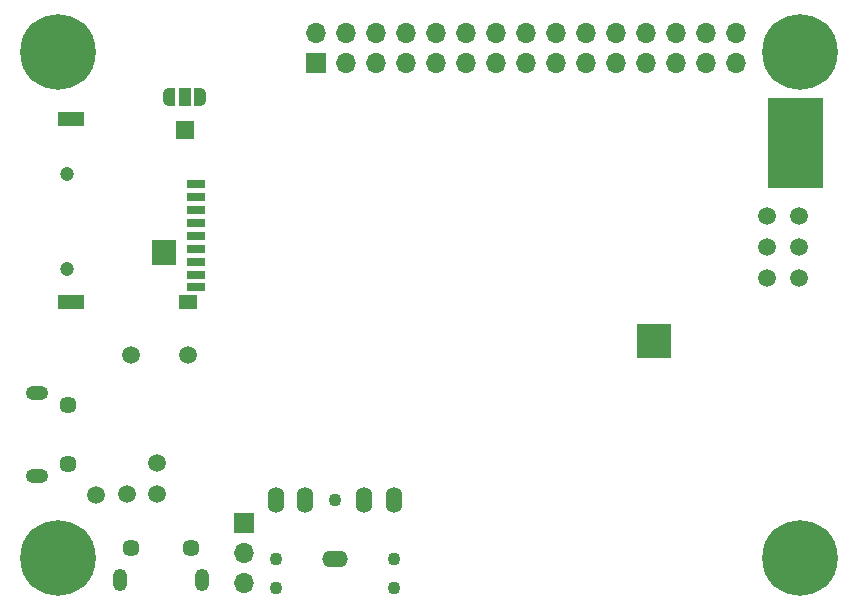
<source format=gbr>
%TF.GenerationSoftware,KiCad,Pcbnew,(5.99.0-8778-g8571687f51)*%
%TF.CreationDate,2021-02-03T12:08:05+08:00*%
%TF.ProjectId,lightboard-zero,6c696768-7462-46f6-9172-642d7a65726f,rev?*%
%TF.SameCoordinates,Original*%
%TF.FileFunction,Soldermask,Bot*%
%TF.FilePolarity,Negative*%
%FSLAX46Y46*%
G04 Gerber Fmt 4.6, Leading zero omitted, Abs format (unit mm)*
G04 Created by KiCad (PCBNEW (5.99.0-8778-g8571687f51)) date 2021-02-03 12:08:05*
%MOMM*%
%LPD*%
G01*
G04 APERTURE LIST*
G04 Aperture macros list*
%AMFreePoly0*
4,1,22,0.550000,-0.750000,0.000000,-0.750000,0.000000,-0.745033,-0.079941,-0.743568,-0.215256,-0.701293,-0.333266,-0.622738,-0.424486,-0.514219,-0.481581,-0.384460,-0.499164,-0.250000,-0.500000,-0.250000,-0.500000,0.250000,-0.499164,0.250000,-0.499963,0.256109,-0.478152,0.396186,-0.417904,0.524511,-0.324060,0.630769,-0.204165,0.706417,-0.067858,0.745374,0.000000,0.744959,0.000000,0.750000,
0.550000,0.750000,0.550000,-0.750000,0.550000,-0.750000,$1*%
%AMFreePoly1*
4,1,20,0.000000,0.744959,0.073905,0.744508,0.209726,0.703889,0.328688,0.626782,0.421226,0.519385,0.479903,0.390333,0.500000,0.250000,0.500000,-0.250000,0.499851,-0.262216,0.476331,-0.402017,0.414519,-0.529596,0.319384,-0.634700,0.198574,-0.708877,0.061801,-0.746166,0.000000,-0.745033,0.000000,-0.750000,-0.550000,-0.750000,-0.550000,0.750000,0.000000,0.750000,0.000000,0.744959,
0.000000,0.744959,$1*%
G04 Aperture macros list end*
%ADD10C,0.100000*%
%ADD11C,0.800000*%
%ADD12C,6.400000*%
%ADD13C,1.500000*%
%ADD14O,1.200000X1.900000*%
%ADD15C,1.450000*%
%ADD16C,1.100023*%
%ADD17O,2.199996X1.399997*%
%ADD18O,1.399997X2.199996*%
%ADD19R,1.700000X1.700000*%
%ADD20O,1.700000X1.700000*%
%ADD21O,1.900000X1.200000*%
%ADD22FreePoly0,180.000000*%
%ADD23R,1.000000X1.500000*%
%ADD24FreePoly1,180.000000*%
%ADD25C,1.200000*%
%ADD26R,1.600000X0.700000*%
%ADD27R,2.200000X1.200000*%
%ADD28R,1.500000X1.200000*%
%ADD29R,1.600000X1.500000*%
G04 APERTURE END LIST*
D10*
X68300000Y-15000000D02*
X63700000Y-15000000D01*
X63700000Y-15000000D02*
X63700000Y-7500000D01*
X63700000Y-7500000D02*
X68300000Y-7500000D01*
X68300000Y-7500000D02*
X68300000Y-15000000D01*
G36*
X68300000Y-15000000D02*
G01*
X63700000Y-15000000D01*
X63700000Y-7500000D01*
X68300000Y-7500000D01*
X68300000Y-15000000D01*
G37*
X68300000Y-15000000D02*
X63700000Y-15000000D01*
X63700000Y-7500000D01*
X68300000Y-7500000D01*
X68300000Y-15000000D01*
X13500000Y-21500000D02*
X11500000Y-21500000D01*
X11500000Y-21500000D02*
X11500000Y-19500000D01*
X11500000Y-19500000D02*
X13500000Y-19500000D01*
X13500000Y-19500000D02*
X13500000Y-21500000D01*
G36*
X13500000Y-21500000D02*
G01*
X11500000Y-21500000D01*
X11500000Y-19500000D01*
X13500000Y-19500000D01*
X13500000Y-21500000D01*
G37*
X13500000Y-21500000D02*
X11500000Y-21500000D01*
X11500000Y-19500000D01*
X13500000Y-19500000D01*
X13500000Y-21500000D01*
X55400000Y-29400000D02*
X52600000Y-29400000D01*
X52600000Y-29400000D02*
X52600000Y-26600000D01*
X52600000Y-26600000D02*
X55400000Y-26600000D01*
X55400000Y-26600000D02*
X55400000Y-29400000D01*
G36*
X55400000Y-29400000D02*
G01*
X52600000Y-29400000D01*
X52600000Y-26600000D01*
X55400000Y-26600000D01*
X55400000Y-29400000D01*
G37*
X55400000Y-29400000D02*
X52600000Y-29400000D01*
X52600000Y-26600000D01*
X55400000Y-26600000D01*
X55400000Y-29400000D01*
D11*
%TO.C,H3*%
X5297056Y-1902944D03*
D12*
X3600000Y-3600000D03*
D11*
X1902944Y-5297056D03*
X1902944Y-1902944D03*
X3600000Y-1200000D03*
X3600000Y-6000000D03*
X5297056Y-5297056D03*
X6000000Y-3600000D03*
X1200000Y-3600000D03*
%TD*%
D13*
%TO.C,Y2*%
X14600000Y-29200000D03*
X9720000Y-29200000D03*
%TD*%
D14*
%TO.C,J1*%
X15800000Y-48300000D03*
X8800000Y-48300000D03*
D15*
X14800000Y-45600000D03*
X9800000Y-45600000D03*
%TD*%
D16*
%TO.C,CN1*%
X31999990Y-48999863D03*
X22000010Y-48999863D03*
X22000010Y-46499995D03*
X31999990Y-46499995D03*
X27000000Y-41500005D03*
D17*
X27000000Y-46499995D03*
D18*
X22000010Y-41500005D03*
X24499878Y-41500005D03*
X29499868Y-41500005D03*
X31999990Y-41500005D03*
%TD*%
D19*
%TO.C,J5*%
X19300000Y-43450000D03*
D20*
X19300000Y-45990000D03*
X19300000Y-48530000D03*
%TD*%
D19*
%TO.C,J3*%
X25440000Y-4540000D03*
D20*
X25440000Y-2000000D03*
X27980000Y-4540000D03*
X27980000Y-2000000D03*
X30520000Y-4540000D03*
X30520000Y-2000000D03*
X33060000Y-4540000D03*
X33060000Y-2000000D03*
X35600000Y-4540000D03*
X35600000Y-2000000D03*
X38140000Y-4540000D03*
X38140000Y-2000000D03*
X40680000Y-4540000D03*
X40680000Y-2000000D03*
X43220000Y-4540000D03*
X43220000Y-2000000D03*
X45760000Y-4540000D03*
X45760000Y-2000000D03*
X48300000Y-4540000D03*
X48300000Y-2000000D03*
X50840000Y-4540000D03*
X50840000Y-2000000D03*
X53380000Y-4540000D03*
X53380000Y-2000000D03*
X55920000Y-4540000D03*
X55920000Y-2000000D03*
X58460000Y-4540000D03*
X58460000Y-2000000D03*
X61000000Y-4540000D03*
X61000000Y-2000000D03*
%TD*%
D11*
%TO.C,H1*%
X5297056Y-44702944D03*
X1902944Y-48097056D03*
X5297056Y-48097056D03*
X1200000Y-46400000D03*
D12*
X3600000Y-46400000D03*
D11*
X3600000Y-48800000D03*
X3600000Y-44000000D03*
X6000000Y-46400000D03*
X1902944Y-44702944D03*
%TD*%
%TO.C,H2*%
X64000000Y-46400000D03*
X66400000Y-48800000D03*
X68800000Y-46400000D03*
X64702944Y-44702944D03*
D12*
X66400000Y-46400000D03*
D11*
X68097056Y-44702944D03*
X66400000Y-44000000D03*
X68097056Y-48097056D03*
X64702944Y-48097056D03*
%TD*%
D21*
%TO.C,J2*%
X1762500Y-32500000D03*
D15*
X4462500Y-33500000D03*
X4462500Y-38500000D03*
D21*
X1762500Y-39500000D03*
%TD*%
D11*
%TO.C,H4*%
X66400000Y-1200000D03*
X68097056Y-1902944D03*
X64000000Y-3600000D03*
X68800000Y-3600000D03*
X66400000Y-6000000D03*
X64702944Y-5297056D03*
D12*
X66400000Y-3600000D03*
D11*
X68097056Y-5297056D03*
X64702944Y-1902944D03*
%TD*%
D22*
%TO.C,JP1*%
X15600000Y-7400000D03*
D23*
X14300000Y-7400000D03*
D24*
X13000000Y-7400000D03*
%TD*%
D25*
%TO.C,U3*%
X4300000Y-21950000D03*
X4300000Y-13950000D03*
D26*
X15300000Y-14750000D03*
X15300000Y-15850000D03*
X15300000Y-16950000D03*
X15300000Y-18050000D03*
X15300000Y-19150000D03*
X15300000Y-20250000D03*
X15300000Y-21350000D03*
X15300000Y-22450000D03*
X15300000Y-23500000D03*
D27*
X4700000Y-24750000D03*
D28*
X14600000Y-24750000D03*
D29*
X14300000Y-10150000D03*
D27*
X4700000Y-9250000D03*
%TD*%
D13*
%TO.C,TP11*%
X6800000Y-41100000D03*
%TD*%
%TO.C,TP12*%
X9400000Y-41050000D03*
%TD*%
%TO.C,TP13*%
X12000000Y-41000000D03*
%TD*%
%TO.C,TP14*%
X12000000Y-38400000D03*
%TD*%
%TO.C,TP10*%
X63600000Y-17500000D03*
%TD*%
%TO.C,TP5*%
X66300000Y-22700000D03*
%TD*%
%TO.C,TP6*%
X66300000Y-20100000D03*
%TD*%
%TO.C,TP7*%
X66300000Y-17500000D03*
%TD*%
%TO.C,TP8*%
X63600000Y-20100000D03*
%TD*%
%TO.C,TP9*%
X63600000Y-22700000D03*
%TD*%
M02*

</source>
